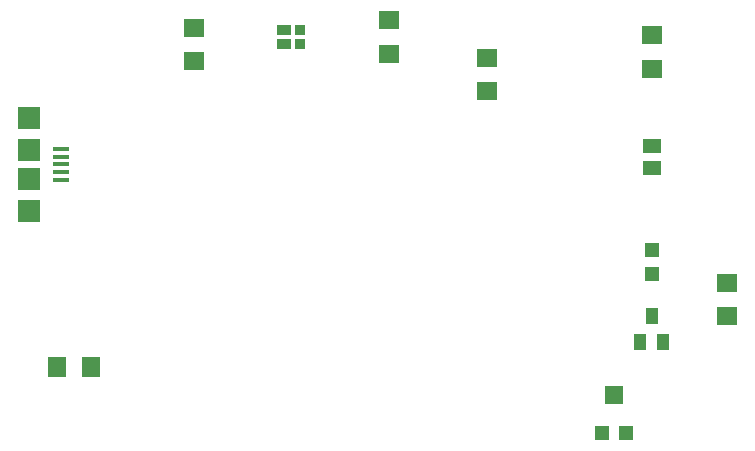
<source format=gtp>
G04 EAGLE Gerber RS-274X export*
G75*
%MOMM*%
%FSLAX34Y34*%
%LPD*%
%INSolderpaste Top*%
%IPPOS*%
%AMOC8*
5,1,8,0,0,1.08239X$1,22.5*%
G01*
%ADD10R,0.950000X0.850000*%
%ADD11R,1.150000X0.850000*%
%ADD12R,1.150000X0.970000*%
%ADD13R,0.950000X0.970000*%
%ADD14R,1.803000X1.600000*%
%ADD15R,1.800000X1.600000*%
%ADD16R,1.200000X1.200000*%
%ADD17R,1.600000X1.500000*%
%ADD18R,1.000000X1.400000*%
%ADD19R,1.500000X1.300000*%
%ADD20R,1.346200X0.381000*%
%ADD21R,1.900000X1.900000*%
%ADD22R,1.600000X1.803000*%


D10*
X248550Y431850D03*
D11*
X235050Y431850D03*
D12*
X235050Y443850D03*
D13*
X248550Y443850D03*
D14*
X323850Y452370D03*
X323850Y423930D03*
D15*
X158750Y417800D03*
X158750Y445800D03*
D16*
X504350Y102650D03*
X524350Y102650D03*
D17*
X514350Y135150D03*
D18*
X546100Y201500D03*
X555600Y179500D03*
X536600Y179500D03*
D16*
X546100Y237150D03*
X546100Y258150D03*
D19*
X546100Y327050D03*
X546100Y346050D03*
D20*
X45800Y343200D03*
X45800Y336700D03*
X45800Y330200D03*
X45800Y323700D03*
X45800Y317200D03*
D21*
X19050Y369700D03*
X19050Y342200D03*
X19050Y318200D03*
X19050Y290700D03*
D14*
X546100Y411230D03*
X546100Y439670D03*
D22*
X71370Y158750D03*
X42930Y158750D03*
D14*
X406400Y420620D03*
X406400Y392180D03*
X609600Y201680D03*
X609600Y230120D03*
M02*

</source>
